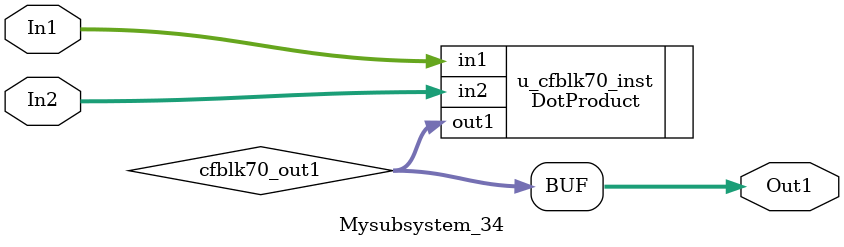
<source format=v>



`timescale 1 ns / 1 ns

module Mysubsystem_34
          (In1,
           In2,
           Out1);


  input   [7:0] In1;  // uint8
  input   [7:0] In2;  // uint8
  output  [15:0] Out1;  // uint16


  wire [15:0] cfblk70_out1;  // uint16


  DotProduct u_cfblk70_inst (.in1(In1),  // uint8
                             .in2(In2),  // uint8
                             .out1(cfblk70_out1)  // uint16
                             );

  assign Out1 = cfblk70_out1;

endmodule  // Mysubsystem_34


</source>
